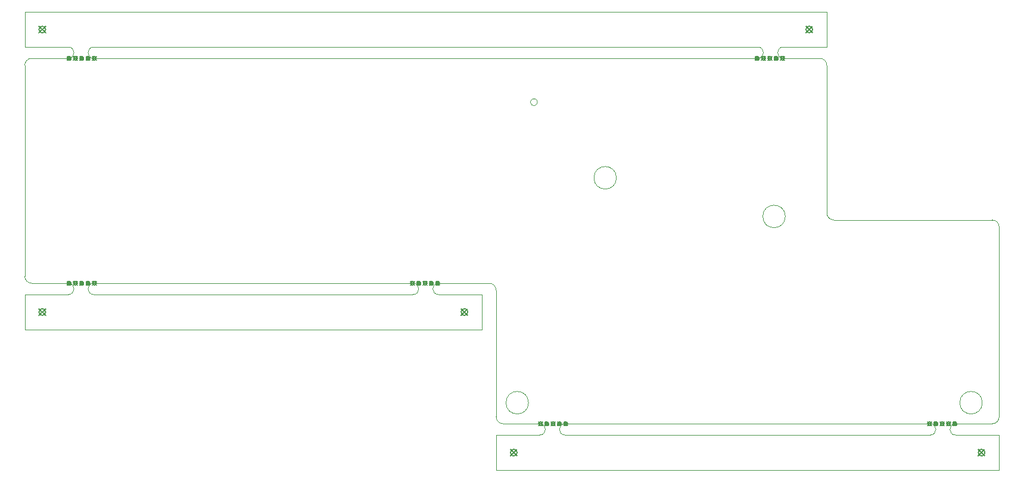
<source format=gm1>
G04 #@! TF.GenerationSoftware,KiCad,Pcbnew,(5.1.6-0-10_14)*
G04 #@! TF.CreationDate,2021-06-29T12:22:49+09:00*
G04 #@! TF.ProjectId,qPCR-root,71504352-2d72-46f6-9f74-2e6b69636164,rev?*
G04 #@! TF.SameCoordinates,Original*
G04 #@! TF.FileFunction,Profile,NP*
%FSLAX46Y46*%
G04 Gerber Fmt 4.6, Leading zero omitted, Abs format (unit mm)*
G04 Created by KiCad (PCBNEW (5.1.6-0-10_14)) date 2021-06-29 12:22:49*
%MOMM*%
%LPD*%
G01*
G04 APERTURE LIST*
G04 #@! TA.AperFunction,Profile*
%ADD10C,0.100000*%
G04 #@! TD*
G04 #@! TA.AperFunction,Profile*
%ADD11C,0.200000*%
G04 #@! TD*
G04 APERTURE END LIST*
D10*
X170500000Y-43000000D02*
X165300000Y-43000000D01*
X67300000Y-43000000D02*
X161700000Y-43000000D01*
X67300000Y-75000000D02*
X112700000Y-75000000D01*
X123500000Y-75000000D02*
X116300000Y-75000000D01*
X195000000Y-95000000D02*
X189800000Y-95000000D01*
X134300000Y-96600000D02*
X186200000Y-96600000D01*
X134300000Y-95000000D02*
X186200000Y-95000000D01*
X125500000Y-95000000D02*
X130700000Y-95000000D01*
D11*
X133775000Y-95000000D02*
G75*
G03*
X133775000Y-95000000I-275000J0D01*
G01*
X133225000Y-94725000D02*
X133775000Y-95275000D01*
X133225000Y-95275000D02*
X133775000Y-94725000D01*
X131975000Y-95000000D02*
G75*
G03*
X131975000Y-95000000I-275000J0D01*
G01*
X131425000Y-94725000D02*
X131975000Y-95275000D01*
X131425000Y-95275000D02*
X131975000Y-94725000D01*
X127475000Y-99100000D02*
G75*
G03*
X127475000Y-99100000I-475000J0D01*
G01*
X126525000Y-98625000D02*
X127475000Y-99575000D01*
X126525000Y-99575000D02*
X127475000Y-98625000D01*
X131075000Y-95000000D02*
G75*
G03*
X131075000Y-95000000I-275000J0D01*
G01*
X130525000Y-94725000D02*
X131075000Y-95275000D01*
X130525000Y-95275000D02*
X131075000Y-94725000D01*
X132875000Y-95000000D02*
G75*
G03*
X132875000Y-95000000I-275000J0D01*
G01*
X132325000Y-94725000D02*
X132875000Y-95275000D01*
X132325000Y-95275000D02*
X132875000Y-94725000D01*
D10*
X134300000Y-96600000D02*
G75*
G02*
X134300000Y-95000000I0J800000D01*
G01*
X124500000Y-96600000D02*
X130700000Y-96600000D01*
X130700000Y-95000000D02*
G75*
G02*
X130700000Y-96600000I0J-800000D01*
G01*
X124500000Y-101600000D02*
X196000000Y-101600000D01*
X124500000Y-96600000D02*
X124500000Y-101600000D01*
D11*
X134675000Y-95000000D02*
G75*
G03*
X134675000Y-95000000I-275000J0D01*
G01*
X134125000Y-94725000D02*
X134675000Y-95275000D01*
X134125000Y-95275000D02*
X134675000Y-94725000D01*
D10*
X189800000Y-95000000D02*
G75*
G03*
X189800000Y-96600000I0J-800000D01*
G01*
X196000000Y-96600000D02*
X196000000Y-101600000D01*
D11*
X187275000Y-95000000D02*
G75*
G03*
X187275000Y-95000000I-275000J0D01*
G01*
X186725000Y-94725000D02*
X187275000Y-95275000D01*
X186725000Y-95275000D02*
X187275000Y-94725000D01*
D10*
X186200000Y-96600000D02*
G75*
G03*
X186200000Y-95000000I0J800000D01*
G01*
X196000000Y-96600000D02*
X189800000Y-96600000D01*
D11*
X186375000Y-95000000D02*
G75*
G03*
X186375000Y-95000000I-275000J0D01*
G01*
X185825000Y-94725000D02*
X186375000Y-95275000D01*
X185825000Y-95275000D02*
X186375000Y-94725000D01*
X189975000Y-95000000D02*
G75*
G03*
X189975000Y-95000000I-275000J0D01*
G01*
X189425000Y-94725000D02*
X189975000Y-95275000D01*
X189425000Y-95275000D02*
X189975000Y-94725000D01*
X188175000Y-95000000D02*
G75*
G03*
X188175000Y-95000000I-275000J0D01*
G01*
X187625000Y-94725000D02*
X188175000Y-95275000D01*
X187625000Y-95275000D02*
X188175000Y-94725000D01*
X193975000Y-99100000D02*
G75*
G03*
X193975000Y-99100000I-475000J0D01*
G01*
X193025000Y-98625000D02*
X193975000Y-99575000D01*
X193025000Y-99575000D02*
X193975000Y-98625000D01*
X189075000Y-95000000D02*
G75*
G03*
X189075000Y-95000000I-275000J0D01*
G01*
X188525000Y-94725000D02*
X189075000Y-95275000D01*
X188525000Y-95275000D02*
X189075000Y-94725000D01*
X112875000Y-75000000D02*
G75*
G03*
X112875000Y-75000000I-275000J0D01*
G01*
X112325000Y-74725000D02*
X112875000Y-75275000D01*
X112325000Y-75275000D02*
X112875000Y-74725000D01*
X113775000Y-75000000D02*
G75*
G03*
X113775000Y-75000000I-275000J0D01*
G01*
X113225000Y-74725000D02*
X113775000Y-75275000D01*
X113225000Y-75275000D02*
X113775000Y-74725000D01*
D10*
X112700000Y-76600000D02*
G75*
G03*
X112700000Y-75000000I0J800000D01*
G01*
X122500000Y-76600000D02*
X116300000Y-76600000D01*
D11*
X116475000Y-75000000D02*
G75*
G03*
X116475000Y-75000000I-275000J0D01*
G01*
X115925000Y-74725000D02*
X116475000Y-75275000D01*
X115925000Y-75275000D02*
X116475000Y-74725000D01*
X120475000Y-79100000D02*
G75*
G03*
X120475000Y-79100000I-475000J0D01*
G01*
X119525000Y-78625000D02*
X120475000Y-79575000D01*
X119525000Y-79575000D02*
X120475000Y-78625000D01*
D10*
X122500000Y-76600000D02*
X122500000Y-81600000D01*
X116300000Y-75000000D02*
G75*
G03*
X116300000Y-76600000I0J-800000D01*
G01*
D11*
X115575000Y-75000000D02*
G75*
G03*
X115575000Y-75000000I-275000J0D01*
G01*
X115025000Y-74725000D02*
X115575000Y-75275000D01*
X115025000Y-75275000D02*
X115575000Y-74725000D01*
X114675000Y-75000000D02*
G75*
G03*
X114675000Y-75000000I-275000J0D01*
G01*
X114125000Y-74725000D02*
X114675000Y-75275000D01*
X114125000Y-75275000D02*
X114675000Y-74725000D01*
D10*
X57500000Y-76600000D02*
X57500000Y-81600000D01*
X63700000Y-75000000D02*
G75*
G02*
X63700000Y-76600000I0J-800000D01*
G01*
X67300000Y-76600000D02*
G75*
G02*
X67300000Y-75000000I0J800000D01*
G01*
D11*
X66775000Y-75000000D02*
G75*
G03*
X66775000Y-75000000I-275000J0D01*
G01*
X66225000Y-74725000D02*
X66775000Y-75275000D01*
X66225000Y-75275000D02*
X66775000Y-74725000D01*
X60475000Y-79100000D02*
G75*
G03*
X60475000Y-79100000I-475000J0D01*
G01*
X59525000Y-78625000D02*
X60475000Y-79575000D01*
X59525000Y-79575000D02*
X60475000Y-78625000D01*
X67675000Y-75000000D02*
G75*
G03*
X67675000Y-75000000I-275000J0D01*
G01*
X67125000Y-74725000D02*
X67675000Y-75275000D01*
X67125000Y-75275000D02*
X67675000Y-74725000D01*
D10*
X67300000Y-76600000D02*
X112700000Y-76600000D01*
X57500000Y-76600000D02*
X63700000Y-76600000D01*
D11*
X64075000Y-75000000D02*
G75*
G03*
X64075000Y-75000000I-275000J0D01*
G01*
X63525000Y-74725000D02*
X64075000Y-75275000D01*
X63525000Y-75275000D02*
X64075000Y-74725000D01*
D10*
X57500000Y-81600000D02*
X122500000Y-81600000D01*
D11*
X65875000Y-75000000D02*
G75*
G03*
X65875000Y-75000000I-275000J0D01*
G01*
X65325000Y-74725000D02*
X65875000Y-75275000D01*
X65325000Y-75275000D02*
X65875000Y-74725000D01*
X64975000Y-75000000D02*
G75*
G03*
X64975000Y-75000000I-275000J0D01*
G01*
X64425000Y-74725000D02*
X64975000Y-75275000D01*
X64425000Y-75275000D02*
X64975000Y-74725000D01*
D10*
X57500000Y-41400000D02*
X63700000Y-41400000D01*
X67300000Y-41400000D02*
X161700000Y-41400000D01*
X67300000Y-41400000D02*
G75*
G03*
X67300000Y-43000000I0J-800000D01*
G01*
X57500000Y-36400000D02*
X171500000Y-36400000D01*
X63700000Y-43000000D02*
G75*
G03*
X63700000Y-41400000I0J800000D01*
G01*
X57500000Y-41400000D02*
X57500000Y-36400000D01*
D11*
X66775000Y-43000000D02*
G75*
G03*
X66775000Y-43000000I-275000J0D01*
G01*
X66225000Y-42725000D02*
X66775000Y-43275000D01*
X66225000Y-43275000D02*
X66775000Y-42725000D01*
X67675000Y-43000000D02*
G75*
G03*
X67675000Y-43000000I-275000J0D01*
G01*
X67125000Y-42725000D02*
X67675000Y-43275000D01*
X67125000Y-43275000D02*
X67675000Y-42725000D01*
X60475000Y-38900000D02*
G75*
G03*
X60475000Y-38900000I-475000J0D01*
G01*
X59525000Y-38425000D02*
X60475000Y-39375000D01*
X59525000Y-39375000D02*
X60475000Y-38425000D01*
X65875000Y-43000000D02*
G75*
G03*
X65875000Y-43000000I-275000J0D01*
G01*
X65325000Y-42725000D02*
X65875000Y-43275000D01*
X65325000Y-43275000D02*
X65875000Y-42725000D01*
X64075000Y-43000000D02*
G75*
G03*
X64075000Y-43000000I-275000J0D01*
G01*
X63525000Y-42725000D02*
X64075000Y-43275000D01*
X63525000Y-43275000D02*
X64075000Y-42725000D01*
X64975000Y-43000000D02*
G75*
G03*
X64975000Y-43000000I-275000J0D01*
G01*
X64425000Y-42725000D02*
X64975000Y-43275000D01*
X64425000Y-43275000D02*
X64975000Y-42725000D01*
D10*
X171500000Y-41400000D02*
X165300000Y-41400000D01*
X161700000Y-41400000D02*
G75*
G02*
X161700000Y-43000000I0J-800000D01*
G01*
D11*
X169475000Y-38900000D02*
G75*
G03*
X169475000Y-38900000I-475000J0D01*
G01*
X168525000Y-38425000D02*
X169475000Y-39375000D01*
X168525000Y-39375000D02*
X169475000Y-38425000D01*
D10*
X165300000Y-43000000D02*
G75*
G02*
X165300000Y-41400000I0J800000D01*
G01*
D11*
X165475000Y-43000000D02*
G75*
G03*
X165475000Y-43000000I-275000J0D01*
G01*
X164925000Y-42725000D02*
X165475000Y-43275000D01*
X164925000Y-43275000D02*
X165475000Y-42725000D01*
X161875000Y-43000000D02*
G75*
G03*
X161875000Y-43000000I-275000J0D01*
G01*
X161325000Y-42725000D02*
X161875000Y-43275000D01*
X161325000Y-43275000D02*
X161875000Y-42725000D01*
D10*
X171500000Y-41400000D02*
X171500000Y-36400000D01*
D11*
X164575000Y-43000000D02*
G75*
G03*
X164575000Y-43000000I-275000J0D01*
G01*
X164025000Y-42725000D02*
X164575000Y-43275000D01*
X164025000Y-43275000D02*
X164575000Y-42725000D01*
X163675000Y-43000000D02*
G75*
G03*
X163675000Y-43000000I-275000J0D01*
G01*
X163125000Y-42725000D02*
X163675000Y-43275000D01*
X163125000Y-43275000D02*
X163675000Y-42725000D01*
X162775000Y-43000000D02*
G75*
G03*
X162775000Y-43000000I-275000J0D01*
G01*
X162225000Y-42725000D02*
X162775000Y-43275000D01*
X162225000Y-43275000D02*
X162775000Y-42725000D01*
D10*
X130380000Y-49230000D02*
G75*
G03*
X130380000Y-49230000I-500000J0D01*
G01*
X195000000Y-66000000D02*
G75*
G02*
X196000000Y-67000000I0J-1000000D01*
G01*
X172500000Y-66000000D02*
X195000000Y-66000000D01*
X172500000Y-66000000D02*
G75*
G02*
X171500000Y-65000000I0J1000000D01*
G01*
X171500000Y-44000000D02*
X171500000Y-65000000D01*
X141600000Y-60000000D02*
G75*
G03*
X141600000Y-60000000I-1600000J0D01*
G01*
X123500000Y-75000000D02*
G75*
G02*
X124500000Y-76000000I0J-1000000D01*
G01*
X125500000Y-95000000D02*
G75*
G02*
X124500000Y-94000000I0J1000000D01*
G01*
X196000000Y-94000000D02*
G75*
G02*
X195000000Y-95000000I-1000000J0D01*
G01*
X170500000Y-43000000D02*
G75*
G02*
X171500000Y-44000000I0J-1000000D01*
G01*
X57500000Y-44000000D02*
G75*
G02*
X58500000Y-43000000I1000000J0D01*
G01*
X58500000Y-75000000D02*
G75*
G02*
X57500000Y-74000000I0J1000000D01*
G01*
X196000000Y-67000000D02*
X196000000Y-94000000D01*
X129100000Y-92000000D02*
G75*
G03*
X129100000Y-92000000I-1600000J0D01*
G01*
X165600000Y-65500000D02*
G75*
G03*
X165600000Y-65500000I-1600000J0D01*
G01*
X193600000Y-92000000D02*
G75*
G03*
X193600000Y-92000000I-1600000J0D01*
G01*
X124500000Y-76000000D02*
X124500000Y-94000000D01*
X57500000Y-44000000D02*
X57500000Y-74000000D01*
X58500000Y-43000000D02*
X63700000Y-43000000D01*
X63700000Y-75000000D02*
X58500000Y-75000000D01*
M02*

</source>
